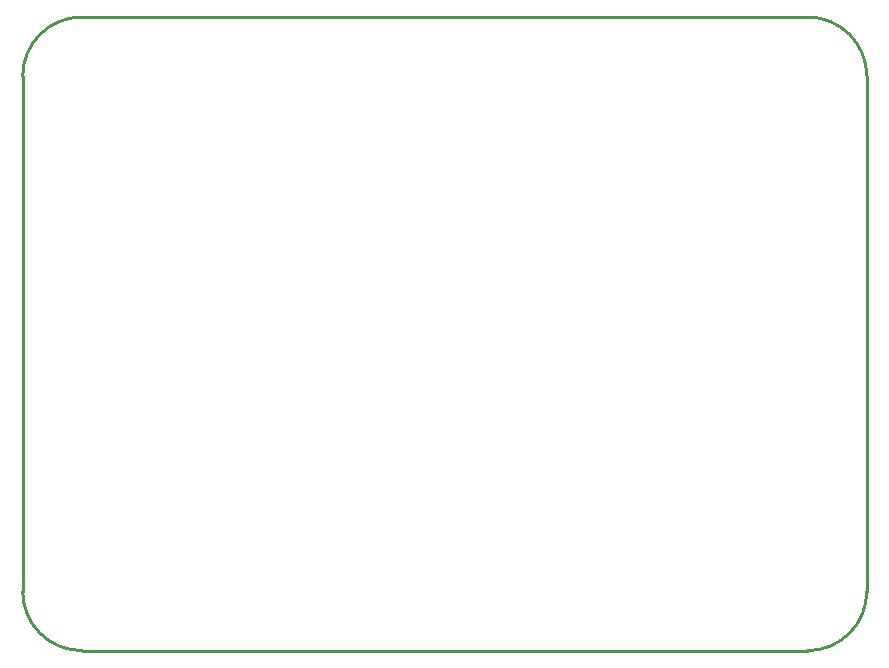
<source format=gbr>
%TF.GenerationSoftware,KiCad,Pcbnew,9.0.0*%
%TF.CreationDate,2025-06-10T00:19:28+03:00*%
%TF.ProjectId,motorControlPCB,6d6f746f-7243-46f6-9e74-726f6c504342,rev?*%
%TF.SameCoordinates,Original*%
%TF.FileFunction,Profile,NP*%
%FSLAX46Y46*%
G04 Gerber Fmt 4.6, Leading zero omitted, Abs format (unit mm)*
G04 Created by KiCad (PCBNEW 9.0.0) date 2025-06-10 00:19:28*
%MOMM*%
%LPD*%
G01*
G04 APERTURE LIST*
%TA.AperFunction,Profile*%
%ADD10C,0.254000*%
%TD*%
G04 APERTURE END LIST*
D10*
X113491980Y-124528070D02*
X113491980Y-80887160D01*
X179959840Y-129528060D02*
X118491970Y-129528060D01*
X184959830Y-80887160D02*
X184959830Y-124528070D01*
X118491970Y-75887170D02*
X179959840Y-75887170D01*
X179959850Y-75887170D02*
G75*
G02*
X184959840Y-80887160I10J-4999980D01*
G01*
X184959840Y-124528070D02*
G75*
G02*
X179959850Y-129528020I-4999940J-10D01*
G01*
X118491980Y-129528060D02*
G75*
G02*
X113491990Y-124528070I-10J4999980D01*
G01*
X113491990Y-80887160D02*
G75*
G02*
X118491980Y-75887170I4999980J10D01*
G01*
M02*

</source>
